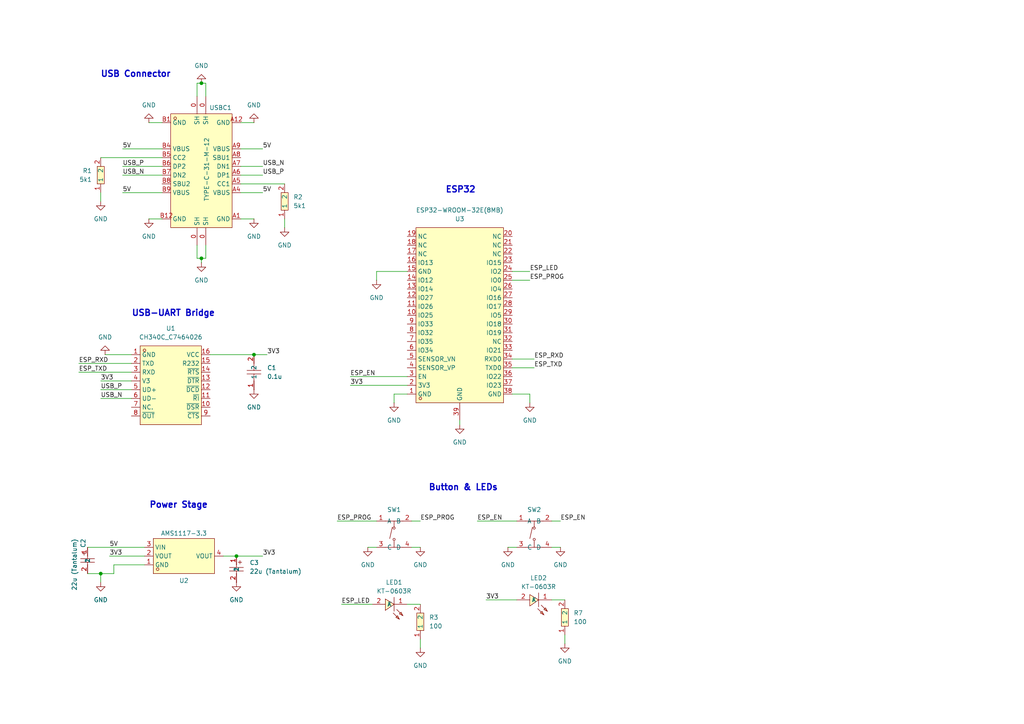
<source format=kicad_sch>
(kicad_sch (version 20231120) (generator "eeschema") (generator_version "8.0")
  (paper "A4")
  (lib_symbols
    (symbol "easyeda2kicad:0603WAF1000T5E"
      (property "Reference" "R" (at 0 5.08 0))
      (property "Value" "0603WAF1000T5E" (at 0 -5.08 0))
      (symbol "0603WAF1000T5E_0_1"
        (rectangle (start -2.54 1.02) (end 2.54 -1.02) (fill (type background)))
        (pin input line (at -5.08 0 0) (length 2.54) (name "1") (number "1"))
        (pin input line (at 5.08 0 180) (length 2.54) (name "2") (number "2"))
      )
    )
    (symbol "easyeda2kicad:0603WAF5101T5E"
      (property "Reference" "R" (at 0 5.08 0))
      (property "Value" "0603WAF5101T5E" (at 0 -5.08 0))
      (symbol "0603WAF5101T5E_0_1"
        (rectangle (start -2.54 1.02) (end 2.54 -1.02) (fill (type background)))
        (pin input line (at -5.08 0 0) (length 2.54) (name "1") (number "1"))
        (pin input line (at 5.08 0 180) (length 2.54) (name "2") (number "2"))
      )
    )
    (symbol "easyeda2kicad:AMS1117-3.3"
      (property "Reference" "U" (at 0 7.62 0))
      (property "Value" "AMS1117-3.3" (at 0 -7.62 0))
      (symbol "AMS1117-3.3_0_1"
        (rectangle (start -8.89 5.08) (end 8.89 -5.08) (fill (type background)))
        (circle (center -7.62 3.81) (radius 0.38))
        (pin unspecified line (at -11.43 2.54 0) (length 2.54) (name "GND") (number "1"))
        (pin unspecified line (at -11.43 0 0) (length 2.54) (name "VOUT") (number "2"))
        (pin unspecified line (at -11.43 -2.54 0) (length 2.54) (name "VIN") (number "3"))
        (pin unspecified line (at 11.43 0 180) (length 2.54) (name "VOUT") (number "4"))
      )
    )
    (symbol "easyeda2kicad:CA45-A-10V-22UF-K"
      (property "Reference" "C" (at 0 5.08 0))
      (property "Value" "CA45-A-10V-22UF-K" (at 0 -5.08 0))
      (symbol "CA45-A-10V-22UF-K_0_1"
        (polyline (pts (xy -0.51 -2.03) (xy -0.51 2.03)))
        (polyline (pts (xy -0.51 0) (xy -1.27 0)))
        (polyline (pts (xy 0.51 -2.03) (xy 0.51 2.03)))
        (polyline (pts (xy 1.27 0) (xy 0.51 0)))
        (polyline (pts (xy 2.03 -1.52) (xy 2.03 -0.51)))
        (polyline (pts (xy 2.54 -1.02) (xy 1.52 -1.02)))
        (pin input line (at 3.81 0 180) (length 2.54) (name "1") (number "1"))
        (pin input line (at -3.81 0 0) (length 2.54) (name "2") (number "2"))
      )
    )
    (symbol "easyeda2kicad:CC0603KRX7R9BB104"
      (property "Reference" "C" (at 0 5.08 0))
      (property "Value" "CC0603KRX7R9BB104" (at 0 -5.08 0))
      (symbol "CC0603KRX7R9BB104_0_1"
        (polyline (pts (xy -0.51 -2.03) (xy -0.51 2.03)))
        (polyline (pts (xy -0.51 0) (xy -2.54 0)))
        (polyline (pts (xy 0.51 2.03) (xy 0.51 -2.03)))
        (polyline (pts (xy 2.54 0) (xy 0.51 0)))
        (pin unspecified line (at -5.08 0 0) (length 2.54) (name "1") (number "1"))
        (pin unspecified line (at 5.08 0 180) (length 2.54) (name "2") (number "2"))
      )
    )
    (symbol "easyeda2kicad:CH340C_C7464026"
      (property "Reference" "U" (at 0 13.97 0))
      (property "Value" "CH340C_C7464026" (at 0 -13.97 0))
      (symbol "CH340C_C7464026_0_1"
        (rectangle (start -8.89 11.43) (end 8.89 -11.43) (fill (type background)))
        (circle (center -7.62 10.16) (radius 0.38))
        (pin unspecified line (at -11.43 8.89 0) (length 2.54) (name "GND") (number "1"))
        (pin unspecified line (at 11.43 -6.35 180) (length 2.54) (name "~{DSR}") (number "10"))
        (pin unspecified line (at 11.43 -3.81 180) (length 2.54) (name "~{RI}") (number "11"))
        (pin unspecified line (at 11.43 -1.27 180) (length 2.54) (name "~{DCD}") (number "12"))
        (pin unspecified line (at 11.43 1.27 180) (length 2.54) (name "~{DTR}") (number "13"))
        (pin unspecified line (at 11.43 3.81 180) (length 2.54) (name "~{RTS}") (number "14"))
        (pin unspecified line (at 11.43 6.35 180) (length 2.54) (name "R232") (number "15"))
        (pin unspecified line (at 11.43 8.89 180) (length 2.54) (name "VCC") (number "16"))
        (pin unspecified line (at -11.43 6.35 0) (length 2.54) (name "TXD") (number "2"))
        (pin unspecified line (at -11.43 3.81 0) (length 2.54) (name "RXD") (number "3"))
        (pin unspecified line (at -11.43 1.27 0) (length 2.54) (name "V3") (number "4"))
        (pin unspecified line (at -11.43 -1.27 0) (length 2.54) (name "UD+") (number "5"))
        (pin unspecified line (at -11.43 -3.81 0) (length 2.54) (name "UD-") (number "6"))
        (pin unspecified line (at -11.43 -6.35 0) (length 2.54) (name "NC.") (number "7"))
        (pin unspecified line (at -11.43 -8.89 0) (length 2.54) (name "~{OUT}") (number "8"))
        (pin unspecified line (at 11.43 -8.89 180) (length 2.54) (name "~{CTS}") (number "9"))
      )
    )
    (symbol "easyeda2kicad:ESP32-WROOM-32E(8MB)"
      (property "Reference" "U" (at 0 38.1 0))
      (property "Value" "ESP32-WROOM-32E(8MB)" (at 0 -25.4 0))
      (symbol "ESP32-WROOM-32E(8MB)_0_1"
        (rectangle (start -12.7 27.94) (end 12.7 -22.86) (fill (type background)))
        (circle (center -11.43 26.67) (radius 0.38))
        (pin unspecified line (at -15.24 25.4 0) (length 2.54) (name "GND") (number "1"))
        (pin unspecified line (at -15.24 2.54 0) (length 2.54) (name "IO25") (number "10"))
        (pin unspecified line (at -15.24 0 0) (length 2.54) (name "IO26") (number "11"))
        (pin unspecified line (at -15.24 -2.54 0) (length 2.54) (name "IO27") (number "12"))
        (pin unspecified line (at -15.24 -5.08 0) (length 2.54) (name "IO14") (number "13"))
        (pin unspecified line (at -15.24 -7.62 0) (length 2.54) (name "IO12") (number "14"))
        (pin unspecified line (at -15.24 -10.16 0) (length 2.54) (name "GND") (number "15"))
        (pin unspecified line (at -15.24 -12.7 0) (length 2.54) (name "IO13") (number "16"))
        (pin unspecified line (at -15.24 -15.24 0) (length 2.54) (name "NC") (number "17"))
        (pin unspecified line (at -15.24 -17.78 0) (length 2.54) (name "NC") (number "18"))
        (pin unspecified line (at -15.24 -20.32 0) (length 2.54) (name "NC") (number "19"))
        (pin unspecified line (at -15.24 22.86 0) (length 2.54) (name "3V3") (number "2"))
        (pin unspecified line (at 15.24 -20.32 180) (length 2.54) (name "NC") (number "20"))
        (pin unspecified line (at 15.24 -17.78 180) (length 2.54) (name "NC") (number "21"))
        (pin unspecified line (at 15.24 -15.24 180) (length 2.54) (name "NC") (number "22"))
        (pin unspecified line (at 15.24 -12.7 180) (length 2.54) (name "IO15") (number "23"))
        (pin unspecified line (at 15.24 -10.16 180) (length 2.54) (name "IO2") (number "24"))
        (pin unspecified line (at 15.24 -7.62 180) (length 2.54) (name "IO0") (number "25"))
        (pin unspecified line (at 15.24 -5.08 180) (length 2.54) (name "IO4") (number "26"))
        (pin unspecified line (at 15.24 -2.54 180) (length 2.54) (name "IO16") (number "27"))
        (pin unspecified line (at 15.24 0 180) (length 2.54) (name "IO17") (number "28"))
        (pin unspecified line (at 15.24 2.54 180) (length 2.54) (name "IO5") (number "29"))
        (pin unspecified line (at -15.24 20.32 0) (length 2.54) (name "EN") (number "3"))
        (pin unspecified line (at 15.24 5.08 180) (length 2.54) (name "IO18") (number "30"))
        (pin unspecified line (at 15.24 7.62 180) (length 2.54) (name "IO19") (number "31"))
        (pin unspecified line (at 15.24 10.16 180) (length 2.54) (name "NC") (number "32"))
        (pin unspecified line (at 15.24 12.7 180) (length 2.54) (name "IO21") (number "33"))
        (pin unspecified line (at 15.24 15.24 180) (length 2.54) (name "RXD0") (number "34"))
        (pin unspecified line (at 15.24 17.78 180) (length 2.54) (name "TXD0") (number "35"))
        (pin unspecified line (at 15.24 20.32 180) (length 2.54) (name "IO22") (number "36"))
        (pin unspecified line (at 15.24 22.86 180) (length 2.54) (name "IO23") (number "37"))
        (pin unspecified line (at 15.24 25.4 180) (length 2.54) (name "GND") (number "38"))
        (pin unspecified line (at 0 33.02 270) (length 5.08) (name "GND") (number "39"))
        (pin unspecified line (at -15.24 17.78 0) (length 2.54) (name "SENSOR_VP") (number "4"))
        (pin unspecified line (at -15.24 15.24 0) (length 2.54) (name "SENSOR_VN") (number "5"))
        (pin unspecified line (at -15.24 12.7 0) (length 2.54) (name "IO34") (number "6"))
        (pin unspecified line (at -15.24 10.16 0) (length 2.54) (name "IO35") (number "7"))
        (pin unspecified line (at -15.24 7.62 0) (length 2.54) (name "IO32") (number "8"))
        (pin unspecified line (at -15.24 5.08 0) (length 2.54) (name "IO33") (number "9"))
      )
    )
    (symbol "easyeda2kicad:KT-0603R"
      (property "Reference" "LED" (at 0 5.08 0))
      (property "Value" "KT-0603R" (at 0 -5.08 0))
      (symbol "KT-0603R_0_1"
        (polyline (pts (xy -2.03 1.52) (xy -3.81 3.3)))
        (polyline (pts (xy -1.27 2.03) (xy -1.27 -2.03)))
        (polyline (pts (xy -1.02 2.54) (xy -2.79 4.32)))
        (polyline (pts (xy -3.81 3.3) (xy -2.79 2.79) (xy -3.3 2.29) (xy -3.81 3.3)) (fill (type background)))
        (polyline (pts (xy -2.79 4.32) (xy -1.78 3.81) (xy -2.29 3.3) (xy -2.79 4.32)) (fill (type background)))
        (polyline (pts (xy 1.27 -1.52) (xy -1.27 0) (xy 1.27 1.78) (xy 1.27 -1.52)) (fill (type background)))
        (pin unspecified line (at -5.08 0 0) (length 3.81) (name "K") (number "1"))
        (pin unspecified line (at 5.08 0 180) (length 3.81) (name "A") (number "2"))
      )
    )
    (symbol "easyeda2kicad:TS-1187A-B-A-B"
      (property "Reference" "SW" (at 0 7.62 0))
      (property "Value" "TS-1187A-B-A-B" (at 0 -10.16 0))
      (symbol "TS-1187A-B-A-B_0_1"
        (circle (center 0 -2.79) (radius 0.32))
        (polyline (pts (xy -2.54 -5.08) (xy 2.54 -5.08)))
        (polyline (pts (xy -2.54 2.54) (xy 2.54 2.54)))
        (polyline (pts (xy -0.51 0.76) (xy -1.27 -2.54)))
        (polyline (pts (xy 0 -3.3) (xy 0 -5.08)))
        (polyline (pts (xy 0 0.76) (xy 0 2.54)))
        (circle (center 0 0.51) (radius 0.32))
        (pin unspecified line (at -5.08 2.54 0) (length 2.54) (name "A") (number "1"))
        (pin unspecified line (at 5.08 2.54 180) (length 2.54) (name "B") (number "2"))
        (pin unspecified line (at -5.08 -5.08 0) (length 2.54) (name "C") (number "3"))
        (pin unspecified line (at 5.08 -5.08 180) (length 2.54) (name "D") (number "4"))
      )
    )
    (symbol "easyeda2kicad:TYPE-C-31-M-12"
      (property "Reference" "USBC" (at 0 26.67 0))
      (property "Value" "TYPE-C-31-M-12" (at 0 -26.67 0))
      (symbol "TYPE-C-31-M-12_0_1"
        (rectangle (start -8.89 16.51) (end 8.89 -16.51) (fill (type background)))
        (circle (center -7.62 15.24) (radius 0.38))
        (pin unspecified line (at -1.27 -21.59 90) (length 5.08) (name "SH") (number "0"))
        (pin unspecified line (at -1.27 21.59 270) (length 5.08) (name "SH") (number "0"))
        (pin unspecified line (at 1.27 -21.59 90) (length 5.08) (name "SH") (number "0"))
        (pin unspecified line (at 1.27 21.59 270) (length 5.08) (name "SH") (number "0"))
        (pin unspecified line (at 11.43 -13.97 180) (length 2.54) (name "GND") (number "A1"))
        (pin unspecified line (at 11.43 13.97 180) (length 2.54) (name "GND") (number "A12"))
        (pin unspecified line (at 11.43 -6.35 180) (length 2.54) (name "VBUS") (number "A4"))
        (pin unspecified line (at 11.43 -3.81 180) (length 2.54) (name "CC1") (number "A5"))
        (pin unspecified line (at 11.43 -1.27 180) (length 2.54) (name "DP1") (number "A6"))
        (pin unspecified line (at 11.43 1.27 180) (length 2.54) (name "DN1") (number "A7"))
        (pin unspecified line (at 11.43 3.81 180) (length 2.54) (name "SBU1") (number "A8"))
        (pin unspecified line (at 11.43 6.35 180) (length 2.54) (name "VBUS") (number "A9"))
        (pin unspecified line (at -11.43 13.97 0) (length 2.54) (name "GND") (number "B1"))
        (pin unspecified line (at -11.43 -13.97 0) (length 2.54) (name "GND") (number "B12"))
        (pin unspecified line (at -11.43 6.35 0) (length 2.54) (name "VBUS") (number "B4"))
        (pin unspecified line (at -11.43 3.81 0) (length 2.54) (name "CC2") (number "B5"))
        (pin unspecified line (at -11.43 1.27 0) (length 2.54) (name "DP2") (number "B6"))
        (pin unspecified line (at -11.43 -1.27 0) (length 2.54) (name "DN2") (number "B7"))
        (pin unspecified line (at -11.43 -3.81 0) (length 2.54) (name "SBU2") (number "B8"))
        (pin unspecified line (at -11.43 -6.35 0) (length 2.54) (name "VBUS") (number "B9"))
      )
    )
    (symbol "power:GND" (power) (pin_numbers hide) (pin_names (offset 0) hide)
      (property "Value" "GND" (at 0 -3.81 0))
      (symbol "GND_0_1"
        (polyline (pts (xy 0 0) (xy 0 -1.27) (xy 1.27 -1.27) (xy 0 -2.54) (xy -1.27 -1.27) (xy 0 -1.27)))
      )
      (symbol "GND_1_1"
        (pin power_in line (at 0 0 270) (length 0) (name "~") (number "1"))
      )
    )
  )
  (junction (at 68.58 161.29))
  (junction (at 73.66 102.87))
  (junction (at 58.42 24.13))
  (junction (at 29.21 166.37))
  (junction (at 58.42 74.93))
  (wire (pts (xy 35.56 55.88) (xy 46.99 55.88)))
  (wire (pts (xy 57.15 74.93) (xy 58.42 74.93)))
  (wire (pts (xy 140.97 173.99) (xy 149.86 173.99)))
  (wire (pts (xy 57.15 27.94) (xy 57.15 24.13)))
  (wire (pts (xy 29.21 110.49) (xy 38.1 110.49)))
  (wire (pts (xy 147.32 158.75) (xy 149.86 158.75)))
  (wire (pts (xy 29.21 115.57) (xy 38.1 115.57)))
  (wire (pts (xy 35.56 50.8) (xy 46.99 50.8)))
  (wire (pts (xy 30.48 102.87) (xy 38.1 102.87)))
  (wire (pts (xy 58.42 76.2) (xy 58.42 74.93)))
  (wire (pts (xy 76.2 43.18) (xy 69.85 43.18)))
  (wire (pts (xy 73.66 102.87) (xy 77.47 102.87)))
  (wire (pts (xy 68.58 161.29) (xy 64.77 161.29)))
  (wire (pts (xy 69.85 53.34) (xy 82.55 53.34)))
  (wire (pts (xy 29.21 166.37) (xy 33.02 166.37)))
  (wire (pts (xy 138.43 151.13) (xy 149.86 151.13)))
  (wire (pts (xy 121.92 151.13) (xy 119.38 151.13)))
  (wire (pts (xy 163.83 186.69) (xy 163.83 184.15)))
  (wire (pts (xy 58.42 74.93) (xy 59.69 74.93)))
  (wire (pts (xy 114.3 114.3) (xy 118.11 114.3)))
  (wire (pts (xy 22.86 105.41) (xy 38.1 105.41)))
  (wire (pts (xy 31.75 161.29) (xy 41.91 161.29)))
  (wire (pts (xy 97.79 151.13) (xy 109.22 151.13)))
  (wire (pts (xy 101.6 109.22) (xy 118.11 109.22)))
  (wire (pts (xy 153.67 114.3) (xy 148.59 114.3)))
  (wire (pts (xy 73.66 35.56) (xy 69.85 35.56)))
  (wire (pts (xy 33.02 166.37) (xy 33.02 163.83)))
  (wire (pts (xy 59.69 27.94) (xy 59.69 24.13)))
  (wire (pts (xy 153.67 116.84) (xy 153.67 114.3)))
  (wire (pts (xy 76.2 55.88) (xy 69.85 55.88)))
  (wire (pts (xy 153.67 78.74) (xy 148.59 78.74)))
  (wire (pts (xy 43.18 35.56) (xy 46.99 35.56)))
  (wire (pts (xy 35.56 48.26) (xy 46.99 48.26)))
  (wire (pts (xy 46.99 63.5) (xy 43.18 63.5)))
  (wire (pts (xy 76.2 50.8) (xy 69.85 50.8)))
  (wire (pts (xy 22.86 107.95) (xy 38.1 107.95)))
  (wire (pts (xy 82.55 66.04) (xy 82.55 63.5)))
  (wire (pts (xy 29.21 168.91) (xy 29.21 166.37)))
  (wire (pts (xy 76.2 48.26) (xy 69.85 48.26)))
  (wire (pts (xy 57.15 24.13) (xy 58.42 24.13)))
  (wire (pts (xy 35.56 43.18) (xy 46.99 43.18)))
  (wire (pts (xy 162.56 158.75) (xy 160.02 158.75)))
  (wire (pts (xy 162.56 151.13) (xy 160.02 151.13)))
  (wire (pts (xy 114.3 116.84) (xy 114.3 114.3)))
  (wire (pts (xy 29.21 45.72) (xy 46.99 45.72)))
  (wire (pts (xy 59.69 24.13) (xy 58.42 24.13)))
  (wire (pts (xy 163.83 173.99) (xy 160.02 173.99)))
  (wire (pts (xy 76.2 161.29) (xy 68.58 161.29)))
  (wire (pts (xy 154.94 106.68) (xy 148.59 106.68)))
  (wire (pts (xy 60.96 102.87) (xy 73.66 102.87)))
  (wire (pts (xy 69.85 63.5) (xy 73.66 63.5)))
  (wire (pts (xy 29.21 58.42) (xy 29.21 55.88)))
  (wire (pts (xy 109.22 81.28) (xy 109.22 78.74)))
  (wire (pts (xy 99.06 175.26) (xy 107.95 175.26)))
  (wire (pts (xy 101.6 111.76) (xy 118.11 111.76)))
  (wire (pts (xy 133.35 123.19) (xy 133.35 121.92)))
  (wire (pts (xy 25.4 166.37) (xy 29.21 166.37)))
  (wire (pts (xy 59.69 74.93) (xy 59.69 71.12)))
  (wire (pts (xy 121.92 187.96) (xy 121.92 185.42)))
  (wire (pts (xy 153.67 81.28) (xy 148.59 81.28)))
  (wire (pts (xy 121.92 175.26) (xy 118.11 175.26)))
  (wire (pts (xy 29.21 113.03) (xy 38.1 113.03)))
  (wire (pts (xy 121.92 158.75) (xy 119.38 158.75)))
  (wire (pts (xy 109.22 78.74) (xy 118.11 78.74)))
  (wire (pts (xy 106.68 158.75) (xy 109.22 158.75)))
  (wire (pts (xy 33.02 163.83) (xy 41.91 163.83)))
  (wire (pts (xy 154.94 104.14) (xy 148.59 104.14)))
  (wire (pts (xy 25.4 158.75) (xy 41.91 158.75)))
  (wire (pts (xy 57.15 71.12) (xy 57.15 74.93)))
  (text "USB-UART Bridge" (at 50.292 90.932 0) (effects (font (size 1.778 1.778) (thickness 0.3556) (bold yes))))
  (text "USB Connector" (at 39.37 21.59 0) (effects (font (size 1.778 1.778) (thickness 0.3556) (bold yes))))
  (text "Power Stage" (at 51.816 146.558 0) (effects (font (size 1.778 1.778) (thickness 0.3556) (bold yes))))
  (text "ESP32" (at 133.604 55.118 0) (effects (font (size 1.778 1.778) (thickness 0.3556) (bold yes))))
  (text "Button & LEDs" (at 134.366 141.478 0) (effects (font (size 1.778 1.778) (thickness 0.3556) (bold yes))))
  (label "5V" (at 35.56 43.18 0))
  (label "USB_N" (at 29.21 115.57 0))
  (label "ESP_RXD" (at 22.86 105.41 0))
  (label "5V" (at 76.2 55.88 0))
  (label "ESP_TXD" (at 22.86 107.95 0))
  (label "5V" (at 35.56 55.88 0))
  (label "ESP_PROG" (at 121.92 151.13 0))
  (label "USB_P" (at 29.21 113.03 0))
  (label "3V3" (at 29.21 110.49 0))
  (label "3V3" (at 140.97 173.99 0))
  (label "5V" (at 76.2 43.18 0))
  (label "ESP_EN" (at 101.6 109.22 0))
  (label "3V3" (at 77.47 102.87 0))
  (label "USB_P" (at 35.56 48.26 0))
  (label "ESP_PROG" (at 153.67 81.28 0))
  (label "ESP_EN" (at 162.56 151.13 0))
  (label "ESP_LED" (at 153.67 78.74 0))
  (label "ESP_RXD" (at 154.94 104.14 0))
  (label "ESP_PROG" (at 97.79 151.13 0))
  (label "ESP_LED" (at 99.06 175.26 0))
  (label "3V3" (at 101.6 111.76 0))
  (label "3V3" (at 31.75 161.29 0))
  (label "USB_N" (at 35.56 50.8 0))
  (label "ESP_TXD" (at 154.94 106.68 0))
  (label "USB_N" (at 76.2 48.26 0))
  (label "3V3" (at 76.2 161.29 0))
  (label "USB_P" (at 76.2 50.8 0))
  (label "5V" (at 31.75 158.75 0))
  (label "ESP_EN" (at 138.43 151.13 0))
  (symbol (lib_id "power:GND") (at 121.92 158.75 0) (mirror y) (unit 1)
    (property "Reference" "#PWR027" (effects (hide yes)))
    (property "Value" "GND" (at 121.92 163.83 0))
    (property "Description" "Power symbol creates a global label with name \"GND\" , ground" (effects (hide yes)))
  )
  (symbol (lib_id "power:GND") (at 106.68 158.75 0) (mirror y) (unit 1)
    (property "Reference" "#PWR025" (effects (hide yes)))
    (property "Value" "GND" (at 106.68 163.83 0))
    (property "Description" "Power symbol creates a global label with name \"GND\" , ground" (effects (hide yes)))
  )
  (symbol (lib_id "easyeda2kicad:CA45-A-10V-22UF-K") (at 25.4 162.56 270) (mirror x) (unit 1)
    (property "Reference" "C2" (at 24.13 156.21 0) (effects (justify right)))
    (property "Value" "22u (Tantalum)" (at 21.59 156.21 0) (effects (justify right)))
    (property "Footprint" "easyeda2kicad:CASE-A_3216" (effects (hide yes)))
    (property "Datasheet" "https://lcsc.com/product-detail/Tantalum-Capacitors_22uF-226-10-10V_C129272.html" (effects (hide yes)))
    (property "LCSC Part" "C129272" (effects (hide yes)))
  )
  (symbol (lib_id "power:GND") (at 68.58 168.91 0) (unit 1)
    (property "Reference" "#PWR021" (effects (hide yes)))
    (property "Value" "GND" (at 68.58 173.99 0))
    (property "Description" "Power symbol creates a global label with name \"GND\" , ground" (effects (hide yes)))
  )
  (symbol (lib_id "easyeda2kicad:0603WAF1000T5E") (at 121.92 180.34 90) (unit 1)
    (property "Reference" "R3" (at 124.46 179.0699 90) (effects (justify right)))
    (property "Value" "100" (at 124.46 181.6099 90) (effects (justify right)))
    (property "Footprint" "easyeda2kicad:R0603" (effects (hide yes)))
    (property "Datasheet" "https://lcsc.com/product-detail/Chip-Resistor-Surface-Mount-UniOhm_100R-1000-1_C22775.html" (effects (hide yes)))
    (property "LCSC Part" "C22775" (effects (hide yes)))
  )
  (symbol (lib_id "power:GND") (at 73.66 113.03 0) (unit 1)
    (property "Reference" "#PWR012" (effects (hide yes)))
    (property "Value" "GND" (at 73.66 118.11 0))
    (property "Description" "Power symbol creates a global label with name \"GND\" , ground" (effects (hide yes)))
  )
  (symbol (lib_id "power:GND") (at 29.21 168.91 0) (unit 1)
    (property "Reference" "#PWR017" (effects (hide yes)))
    (property "Value" "GND" (at 29.21 173.99 0))
    (property "Description" "Power symbol creates a global label with name \"GND\" , ground" (effects (hide yes)))
  )
  (symbol (lib_id "easyeda2kicad:CA45-A-10V-22UF-K") (at 68.58 165.1 90) (unit 1)
    (property "Reference" "C3" (at 72.39 163.1949 90) (effects (justify right)))
    (property "Value" "22u (Tantalum)" (at 72.39 165.7349 90) (effects (justify right)))
    (property "Footprint" "easyeda2kicad:CASE-A_3216" (effects (hide yes)))
    (property "Datasheet" "https://lcsc.com/product-detail/Tantalum-Capacitors_22uF-226-10-10V_C129272.html" (effects (hide yes)))
    (property "LCSC Part" "C129272" (effects (hide yes)))
  )
  (symbol (lib_id "power:GND") (at 162.56 158.75 0) (mirror y) (unit 1)
    (property "Reference" "#PWR032" (effects (hide yes)))
    (property "Value" "GND" (at 162.56 163.83 0))
    (property "Description" "Power symbol creates a global label with name \"GND\" , ground" (effects (hide yes)))
  )
  (symbol (lib_id "power:GND") (at 114.3 116.84 0) (mirror y) (unit 1)
    (property "Reference" "#PWR018" (effects (hide yes)))
    (property "Value" "GND" (at 114.3 121.92 0))
    (property "Description" "Power symbol creates a global label with name \"GND\" , ground" (effects (hide yes)))
  )
  (symbol (lib_id "power:GND") (at 58.42 24.13 180) (unit 1)
    (property "Reference" "#PWR06" (effects (hide yes)))
    (property "Value" "GND" (at 58.42 19.05 0))
    (property "Description" "Power symbol creates a global label with name \"GND\" , ground" (effects (hide yes)))
  )
  (symbol (lib_id "easyeda2kicad:TS-1187A-B-A-B") (at 114.3 153.67 0) (unit 1)
    (property "Reference" "SW1" (at 114.3 147.828 0))
    (property "Value" "TS-1187A-B-A-B" (effects (hide yes)))
    (property "Footprint" "easyeda2kicad:SW-SMD_4P-L5.1-W5.1-P3.70-LS6.5-TL_H1.5" (effects (hide yes)))
    (property "Datasheet" "https://lcsc.com/product-detail/Tactile-Switches_XKB-Enterprise-TS-1187-B-A-A_C318884.html" (effects (hide yes)))
    (property "LCSC Part" "C318884" (effects (hide yes)))
  )
  (symbol (lib_id "power:GND") (at 163.83 186.69 0) (mirror y) (unit 1)
    (property "Reference" "#PWR033" (effects (hide yes)))
    (property "Value" "GND" (at 163.83 191.77 0))
    (property "Description" "Power symbol creates a global label with name \"GND\" , ground" (effects (hide yes)))
  )
  (symbol (lib_id "power:GND") (at 82.55 66.04 0) (unit 1)
    (property "Reference" "#PWR013" (effects (hide yes)))
    (property "Value" "GND" (at 82.55 71.12 0))
    (property "Description" "Power symbol creates a global label with name \"GND\" , ground" (effects (hide yes)))
  )
  (symbol (lib_id "easyeda2kicad:CC0603KRX7R9BB104") (at 73.66 107.95 90) (unit 1)
    (property "Reference" "C1" (at 77.47 106.6799 90) (effects (justify right)))
    (property "Value" "0.1u" (at 77.47 109.2199 90) (effects (justify right)))
    (property "Footprint" "easyeda2kicad:C0603" (effects (hide yes)))
    (property "Datasheet" "https://lcsc.com/product-detail/Multilayer-Ceramic-Capacitors-MLCC-SMD-SMT_100nF-104-10-50V_C14663.html" (effects (hide yes)))
    (property "LCSC Part" "C14663" (effects (hide yes)))
  )
  (symbol (lib_id "easyeda2kicad:KT-0603R") (at 113.03 175.26 180) (unit 1)
    (property "Reference" "LED1" (at 114.3 168.91 0))
    (property "Value" "KT-0603R" (at 114.3 171.45 0))
    (property "Footprint" "easyeda2kicad:LED0603-RD" (effects (hide yes)))
    (property "Datasheet" "https://lcsc.com/product-detail/Light-Emitting-Diodes-LED_Red-LED-0603_C2286.html" (effects (hide yes)))
    (property "LCSC Part" "C2286" (effects (hide yes)))
  )
  (symbol (lib_id "power:GND") (at 43.18 63.5 0) (unit 1)
    (property "Reference" "#PWR05" (effects (hide yes)))
    (property "Value" "GND" (at 43.18 68.58 0))
    (property "Description" "Power symbol creates a global label with name \"GND\" , ground" (effects (hide yes)))
  )
  (symbol (lib_id "easyeda2kicad:KT-0603R") (at 154.94 173.99 180) (unit 1)
    (property "Reference" "LED2" (at 156.21 167.64 0))
    (property "Value" "KT-0603R" (at 156.21 170.18 0))
    (property "Footprint" "easyeda2kicad:LED0603-RD" (effects (hide yes)))
    (property "Datasheet" "https://lcsc.com/product-detail/Light-Emitting-Diodes-LED_Red-LED-0603_C2286.html" (effects (hide yes)))
    (property "LCSC Part" "C2286" (effects (hide yes)))
  )
  (symbol (lib_id "power:GND") (at 58.42 76.2 0) (unit 1)
    (property "Reference" "#PWR07" (effects (hide yes)))
    (property "Value" "GND" (at 58.42 81.28 0))
    (property "Description" "Power symbol creates a global label with name \"GND\" , ground" (effects (hide yes)))
  )
  (symbol (lib_id "easyeda2kicad:TYPE-C-31-M-12") (at 58.42 49.53 0) (unit 1)
    (property "Reference" "USBC1" (at 60.706 31.242 0) (effects (justify left)))
    (property "Value" "TYPE-C-31-M-12" (at 59.944 58.42 90) (effects (justify left)))
    (property "Footprint" "easyeda2kicad:USB-C_SMD-TYPE-C-31-M-12" (effects (hide yes)))
    (property "Datasheet" "https://lcsc.com/product-detail/USB-Type-C_Korean-Hroparts-Elec-TYPE-C-31-M-12_C165948.html" (effects (hide yes)))
    (property "LCSC Part" "C165948" (effects (hide yes)))
  )
  (symbol (lib_id "easyeda2kicad:AMS1117-3.3") (at 53.34 161.29 0) (mirror x) (unit 1)
    (property "Reference" "U2" (at 53.34 168.402 0))
    (property "Value" "AMS1117-3.3" (at 53.34 154.686 0))
    (property "Footprint" "easyeda2kicad:SOT-223-3_L6.5-W3.4-P2.30-LS7.0-BR" (effects (hide yes)))
    (property "Datasheet" "https://lcsc.com/product-detail/Low-Dropout-Regulators-LDO_AMS_AMS1117-3-3_AMS1117-3-3_C6186.html" (effects (hide yes)))
    (property "LCSC Part" "C6186" (effects (hide yes)))
  )
  (symbol (lib_id "easyeda2kicad:0603WAF1000T5E") (at 163.83 179.07 90) (unit 1)
    (property "Reference" "R7" (at 166.37 177.7999 90) (effects (justify right)))
    (property "Value" "100" (at 166.37 180.3399 90) (effects (justify right)))
    (property "Footprint" "easyeda2kicad:R0603" (effects (hide yes)))
    (property "Datasheet" "https://lcsc.com/product-detail/Chip-Resistor-Surface-Mount-UniOhm_100R-1000-1_C22775.html" (effects (hide yes)))
    (property "LCSC Part" "C22775" (effects (hide yes)))
  )
  (symbol (lib_id "easyeda2kicad:ESP32-WROOM-32E(8MB)") (at 133.35 88.9 0) (mirror x) (unit 1)
    (property "Reference" "U3" (at 133.35 63.5 0))
    (property "Value" "ESP32-WROOM-32E(8MB)" (at 133.35 60.96 0))
    (property "Footprint" "easyeda2kicad:WIFI-SMD_ESP32-WROOM-32E" (effects (hide yes)))
    (property "Datasheet" "https://lcsc.com/product-detail/WIFI-Modules_Espressif-Systems-ESP32-WROOM-32E-8MB_C701342.html" (effects (hide yes)))
    (property "LCSC Part" "C701342" (effects (hide yes)))
  )
  (symbol (lib_id "power:GND") (at 43.18 35.56 180) (unit 1)
    (property "Reference" "#PWR04" (effects (hide yes)))
    (property "Value" "GND" (at 43.18 30.48 0))
    (property "Description" "Power symbol creates a global label with name \"GND\" , ground" (effects (hide yes)))
  )
  (symbol (lib_id "easyeda2kicad:0603WAF5101T5E") (at 82.55 58.42 90) (unit 1)
    (property "Reference" "R2" (at 85.09 57.1499 90) (effects (justify right)))
    (property "Value" "5k1" (at 85.09 59.6899 90) (effects (justify right)))
    (property "Footprint" "easyeda2kicad:R0603" (effects (hide yes)))
    (property "Datasheet" "https://lcsc.com/product-detail/Chip-Resistor-Surface-Mount-UniOhm_5-1KR-5101-1_C23186.html" (effects (hide yes)))
    (property "LCSC Part" "C23186" (effects (hide yes)))
  )
  (symbol (lib_id "easyeda2kicad:CH340C_C7464026") (at 49.53 111.76 0) (unit 1)
    (property "Reference" "U1" (at 49.53 95.25 0))
    (property "Value" "CH340C_C7464026" (at 49.53 97.79 0))
    (property "Footprint" "easyeda2kicad:SOP-16_L10.0-W3.9-P1.27-LS6.0-BL" (effects (hide yes)))
    (property "LCSC Part" "C7464026" (effects (hide yes)))
  )
  (symbol (lib_id "easyeda2kicad:TS-1187A-B-A-B") (at 154.94 153.67 0) (unit 1)
    (property "Reference" "SW2" (at 154.94 147.828 0))
    (property "Value" "TS-1187A-B-A-B" (effects (hide yes)))
    (property "Footprint" "easyeda2kicad:SW-SMD_4P-L5.1-W5.1-P3.70-LS6.5-TL_H1.5" (effects (hide yes)))
    (property "Datasheet" "https://lcsc.com/product-detail/Tactile-Switches_XKB-Enterprise-TS-1187-B-A-A_C318884.html" (effects (hide yes)))
    (property "LCSC Part" "C318884" (effects (hide yes)))
  )
  (symbol (lib_id "power:GND") (at 121.92 187.96 0) (mirror y) (unit 1)
    (property "Reference" "#PWR028" (effects (hide yes)))
    (property "Value" "GND" (at 121.92 193.04 0))
    (property "Description" "Power symbol creates a global label with name \"GND\" , ground" (effects (hide yes)))
  )
  (symbol (lib_id "power:GND") (at 153.67 116.84 0) (mirror y) (unit 1)
    (property "Reference" "#PWR022" (effects (hide yes)))
    (property "Value" "GND" (at 153.67 121.92 0))
    (property "Description" "Power symbol creates a global label with name \"GND\" , ground" (effects (hide yes)))
  )
  (symbol (lib_id "power:GND") (at 30.48 102.87 180) (unit 1)
    (property "Reference" "#PWR02" (effects (hide yes)))
    (property "Value" "GND" (at 30.48 97.79 0))
    (property "Description" "Power symbol creates a global label with name \"GND\" , ground" (effects (hide yes)))
  )
  (symbol (lib_id "power:GND") (at 109.22 81.28 0) (mirror y) (unit 1)
    (property "Reference" "#PWR016" (effects (hide yes)))
    (property "Value" "GND" (at 109.22 86.36 0))
    (property "Description" "Power symbol creates a global label with name \"GND\" , ground" (effects (hide yes)))
  )
  (symbol (lib_id "power:GND") (at 73.66 35.56 180) (unit 1)
    (property "Reference" "#PWR08" (effects (hide yes)))
    (property "Value" "GND" (at 73.66 30.48 0))
    (property "Description" "Power symbol creates a global label with name \"GND\" , ground" (effects (hide yes)))
  )
  (symbol (lib_id "power:GND") (at 73.66 63.5 0) (unit 1)
    (property "Reference" "#PWR09" (effects (hide yes)))
    (property "Value" "GND" (at 73.66 68.58 0))
    (property "Description" "Power symbol creates a global label with name \"GND\" , ground" (effects (hide yes)))
  )
  (symbol (lib_id "power:GND") (at 133.35 123.19 0) (mirror y) (unit 1)
    (property "Reference" "#PWR020" (effects (hide yes)))
    (property "Value" "GND" (at 133.35 128.27 0))
    (property "Description" "Power symbol creates a global label with name \"GND\" , ground" (effects (hide yes)))
  )
  (symbol (lib_id "easyeda2kicad:0603WAF5101T5E") (at 29.21 50.8 270) (mirror x) (unit 1)
    (property "Reference" "R1" (at 26.67 49.5299 90) (effects (justify right)))
    (property "Value" "5k1" (at 26.67 52.0699 90) (effects (justify right)))
    (property "Footprint" "easyeda2kicad:R0603" (effects (hide yes)))
    (property "Datasheet" "https://lcsc.com/product-detail/Chip-Resistor-Surface-Mount-UniOhm_5-1KR-5101-1_C23186.html" (effects (hide yes)))
    (property "LCSC Part" "C23186" (effects (hide yes)))
  )
  (symbol (lib_id "power:GND") (at 147.32 158.75 0) (mirror y) (unit 1)
    (property "Reference" "#PWR030" (effects (hide yes)))
    (property "Value" "GND" (at 147.32 163.83 0))
    (property "Description" "Power symbol creates a global label with name \"GND\" , ground" (effects (hide yes)))
  )
  (symbol (lib_id "power:GND") (at 29.21 58.42 0) (unit 1)
    (property "Reference" "#PWR01" (effects (hide yes)))
    (property "Value" "GND" (at 29.21 63.5 0))
    (property "Description" "Power symbol creates a global label with name \"GND\" , ground" (effects (hide yes)))
  )
)
</source>
